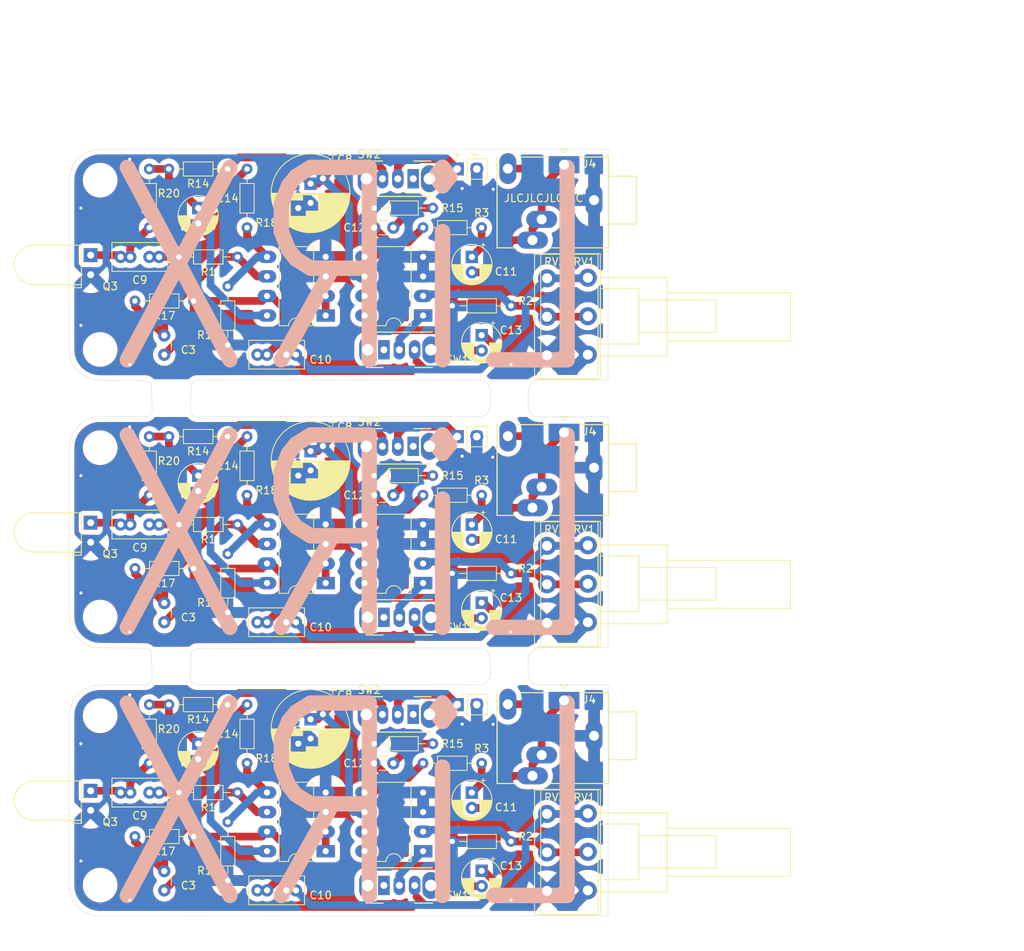
<source format=kicad_pcb>
(kicad_pcb (version 20211014) (generator pcbnew)
  (layers (0 "F.Cu" signal) (31 "B.Cu" signal) (34 "B.Paste" user) (35 "F.Paste" user) (36 "B.SilkS" user "B.Silkscreen") (37 "F.SilkS" user "F.Silkscreen") (38 "B.Mask" user) (39 "F.Mask" user) (44 "Edge.Cuts" user))
  (net 0 "")
  (net 1 "Net-(C9-Pad1)")
  (net 2 "Net-(C10-Pad1)")
  (net 3 "Net-(C12-Pad2)")
  (net 4 "Net-(C13-Pad1)")
  (net 5 "Net-(C13-Pad2)")
  (net 6 "Net-(R18-Pad2)")
  (net 7 "VCC")
  (net 8 "TP4")
  (net 9 "TP6")
  (net 10 "TP2")
  (net 11 "TP5")
  (net 12 "GND")
  (net 13 "Net-(C8-Pad1)")
  (net 14 "Net-(C11-Pad1)")
  (net 15 "Net-(C11-Pad2)")
  (net 16 "Net-(C12-Pad1)")
  (net 17 "Net-(R2-Pad1)")
  (net 18 "Net-(SW1-Pad2)")
  (net 19 "Net-(U3-Pad1)")
  (footprint "Connector_PinHeader_2.54mm:PinHeader_1x02_P2.54mm_Vertical" (layer "F.Cu") (at 111.035 119.75 90)
    (fp_text reference "BT1" hide)
    (fp_text value "Battery")
  )
  (footprint "Capacitor_THT:C_Disc_D3.0mm_W1.6mm_P2.50mm" (layer "F.Cu") (at 100.24 127.37)
    (fp_text reference "C12")
    (fp_text value "47n")
  )
  (footprint "Connector_Audio:Jack_3.5mm_Ledino_KB3SPRS_Horizontal" (layer "F.Cu") (at 124.915 119.2 180)
    (fp_text reference "J4")
    (fp_text value "buchse")
  )
  (footprint "Package_DIP:DIP-8_W7.62mm_LongPads" (layer "F.Cu") (at 106.605 138.79 180)
    (fp_text reference "U2" hide)
    (fp_text value "LM386")
  )
  (footprint "MountingHole:MountingHole_3.2mm_M3" (layer "F.Cu") (at 64.64 121.2)
    (fp_text reference "H1" hide)
    (fp_text value "MountingHole" hide)
  )
  (footprint "MountingHole:MountingHole_3.2mm_M3" (layer "F.Cu") (at 64.64 143.2)
    (fp_text reference "H2" hide)
    (fp_text value "MountingHole" hide)
  )
  (footprint "Package_DIP:DIP-8_W7.62mm_LongPads" (layer "F.Cu") (at 93.945 138.79 180)
    (fp_text reference "U3" hide)
    (fp_text value "LM358")
  )
  (footprint "Capacitor_THT:CP_Radial_D5.0mm_P2.00mm" (layer "F.Cu") (at 112.94 131.18 -90)
    (fp_text reference "C11")
    (fp_text value "100µ")
  )
  (footprint "Capacitor_THT:CP_Radial_D5.0mm_P2.00mm" (layer "F.Cu") (at 114.21 141.34 -90)
    (fp_text reference "C13")
    (fp_text value "10µ")
  )
  (footprint "Capacitor_THT:CP_Radial_D5.0mm_P2.00mm" (layer "F.Cu") (at 77.38 124.83 -90)
    (fp_text reference "C14")
    (fp_text value "47µ")
  )
  (footprint "LED_THT:LED_D5.0mm_Horizontal_O1.27mm_Z3.0mm_Clear" (layer "F.Cu") (at 63.41 130.95 -90)
    (fp_text reference "Q3")
    (fp_text value "BPW40")
  )
  (footprint "Capacitor_THT:C_Disc_D3.0mm_W1.6mm_P2.50mm" (layer "F.Cu") (at 72.975 143.88 90)
    (fp_text reference "C3")
    (fp_text value "opt" hide)
  )
  (footprint "Capacitor_THT:C_Rect_L7.0mm_W3.5mm_P2.50mm_P5.00mm" (layer "F.Cu") (at 72.3 131.18 180)
    (fp_text reference "C9")
    (fp_text value "150n")
  )
  (footprint "Capacitor_THT:C_Rect_L7.0mm_W3.5mm_P2.50mm_P5.00mm" (layer "F.Cu") (at 90.08 143.88 180)
    (fp_text reference "C10")
    (fp_text value "330n")
  )
  (footprint "Resistor_THT:R_Axial_DIN0204_L3.6mm_D1.6mm_P7.62mm_Horizontal" (layer "F.Cu") (at 82.5 131.18 180)
    (fp_text reference "R1")
    (fp_text value "100k")
  )
  (footprint "Resistor_THT:R_Axial_DIN0204_L3.6mm_D1.6mm_P7.62mm_Horizontal" (layer "F.Cu") (at 76.785 136.895 180)
    (fp_text reference "R17")
    (fp_text value "475k")
  )
  (footprint "Resistor_THT:R_Axial_DIN0204_L3.6mm_D1.6mm_P7.62mm_Horizontal" (layer "F.Cu") (at 83.73 119.75 -90)
    (fp_text reference "R18")
    (fp_text value "12k")
  )
  (footprint "Resistor_THT:R_Axial_DIN0204_L3.6mm_D1.6mm_P7.62mm_Horizontal" (layer "F.Cu") (at 81.23 134.99 -90)
    (fp_text reference "R19")
    (fp_text value "12k")
  )
  (footprint "Resistor_THT:R_Axial_DIN0204_L3.6mm_D1.6mm_P7.62mm_Horizontal" (layer "F.Cu") (at 71.03 119.75 -90)
    (fp_text reference "R20")
    (fp_text value "12k")
  )
  (footprint "Potentiometer_THT:Potentiometer_Piher_T-16H_Single_Horizontal" (layer "F.Cu") (at 128.01 143.88)
    (fp_text reference "RV1")
    (fp_text value "10k")
  )
  (footprint "Potentiometer_THT:Potentiometer_Piher_PC-16_Single_Horizontal" (layer "F.Cu") (at 122.705 143.95)
    (fp_text reference "RV3")
    (fp_text value "10k")
  )
  (footprint "Button_Switch_THT:SW_CuK_OS102011MA1QN1_SPDT_Angled" (layer "F.Cu") (at 105.32 121.02 180)
    (fp_text reference "SW2")
    (fp_text value "onoff")
  )
  (footprint "Button_Switch_THT:SW_CuK_OS102011MA1QN1_SPDT_Angled" (layer "F.Cu") (at 101.51 143.245)
    (fp_text reference "SW1")
    (fp_text value "gain")
  )
  (footprint "Capacitor_THT:CP_Radial_D10.0mm_P2.50mm_P5.00mm" (layer "F.Cu") (at 91.985 121.655 -90)
    (fp_text reference "C8")
    (fp_text value "470µ")
  )
  (footprint "Resistor_THT:R_Axial_DIN0204_L3.6mm_D1.6mm_P7.62mm_Horizontal" (layer "F.Cu") (at 118.02 137.53 180)
    (fp_text reference "R2")
    (fp_text value "680")
  )
  (footprint "Resistor_THT:R_Axial_DIN0204_L3.6mm_D1.6mm_P7.62mm_Horizontal" (layer "F.Cu") (at 106.59 127.37)
    (fp_text reference "R3")
    (fp_text value "270")
  )
  (footprint "Resistor_THT:R_Axial_DIN0204_L3.6mm_D1.6mm_P7.62mm_Horizontal" (layer "F.Cu") (at 81.19 119.75 180)
    (fp_text reference "R14")
    (fp_text value "100")
  )
  (footprint "Resistor_THT:R_Axial_DIN0204_L3.6mm_D1.6mm_P7.62mm_Horizontal" (layer "F.Cu") (at 100.24 124.83)
    (fp_text reference "R15")
    (fp_text value "10")
  )
  (footprint "Capacitor_THT:CP_Radial_D5.0mm_P2.00mm" (layer "F.Cu") (at 77.38 55.235489 -90)
    (fp_text reference "C14")
    (fp_text value "47µ")
  )
  (footprint "Resistor_THT:R_Axial_DIN0204_L3.6mm_D1.6mm_P7.62mm_Horizontal" (layer "F.Cu") (at 100.24 89.999511)
    (fp_text reference "R15")
    (fp_text value "10")
  )
  (footprint "Connector_PinHeader_2.54mm:PinHeader_1x02_P2.54mm_Vertical" (layer "F.Cu") (at 111.035 50.155489 90)
    (fp_text reference "BT1" hide)
    (fp_text value "Battery")
  )
  (footprint "Resistor_THT:R_Axial_DIN0204_L3.6mm_D1.6mm_P7.62mm_Horizontal" (layer "F.Cu") (at 82.5 96.349511 180)
    (fp_text reference "R1")
    (fp_text value "100k")
  )
  (footprint "Capacitor_THT:CP_Radial_D10.0mm_P2.50mm_P5.00mm" (layer "F.Cu") (at 91.985 86.824511 -90)
    (fp_text reference "C8")
    (fp_text value "470µ")
  )
  (footprint "Potentiometer_THT:Potentiometer_Piher_PC-16_Single_Horizontal" (layer "F.Cu") (at 122.705 109.119511)
    (fp_text reference "RV3")
    (fp_text value "10k")
  )
  (footprint "Resistor_THT:R_Axial_DIN0204_L3.6mm_D1.6mm_P7.62mm_Horizontal" (layer "F.Cu") (at 81.23 65.395489 -90)
    (fp_text reference "R19")
    (fp_text value "12k")
  )
  (footprint "Resistor_THT:R_Axial_DIN0204_L3.6mm_D1.6mm_P7.62mm_Horizontal" (layer "F.Cu") (at 76.785 102.064511 180)
    (fp_text reference "R17")
    (fp_text value "475k")
  )
  (footprint "Resistor_THT:R_Axial_DIN0204_L3.6mm_D1.6mm_P7.62mm_Horizontal" (layer "F.Cu") (at 82.5 61.585489 180)
    (fp_text reference "R1")
    (fp_text value "100k")
  )
  (footprint "Resistor_THT:R_Axial_DIN0204_L3.6mm_D1.6mm_P7.62mm_Horizontal" (layer "F.Cu") (at 81.23 100.159511 -90)
    (fp_text reference "R19")
    (fp_text value "12k")
  )
  (footprint "Connector_Audio:Jack_3.5mm_Ledino_KB3SPRS_Horizontal" (layer "F.Cu") (at 124.915 84.369511 180)
    (fp_text reference "J4")
    (fp_text value "buchse")
  )
  (footprint "Capacitor_THT:C_Disc_D3.0mm_W1.6mm_P2.50mm" (layer "F.Cu") (at 72.975 109.049511 90)
    (fp_text reference "C3")
    (fp_text value "opt" hide)
  )
  (footprint "Package_DIP:DIP-8_W7.62mm_LongPads" (layer "F.Cu") (at 93.945 103.959511 180)
    (fp_text reference "U3" hide)
    (fp_text value "LM358")
  )
  (footprint "Resistor_THT:R_Axial_DIN0204_L3.6mm_D1.6mm_P7.62mm_Horizontal" (layer "F.Cu") (at 71.03 50.155489 -90)
    (fp_text reference "R20")
    (fp_text value "12k")
  )
  (footprint "MountingHole:MountingHole_3.2mm_M3" (layer "F.Cu") (at 64.64 86.369511)
    (fp_text reference "H1" hide)
    (fp_text value "MountingHole" hide)
  )
  (footprint "LED_THT:LED_D5.0mm_Horizontal_O1.27mm_Z3.0mm_Clear" (layer "F.Cu") (at 63.41 96.119511 -90)
    (fp_text reference "Q3")
    (fp_text value "BPW40")
  )
  (footprint "Capacitor_THT:CP_Radial_D5.0mm_P2.00mm" (layer "F.Cu") (at 77.38 89.999511 -90)
    (fp_text reference "C14")
    (fp_text value "47µ")
  )
  (footprint "Button_Switch_THT:SW_CuK_OS102011MA1QN1_SPDT_Angled" (layer "F.Cu") (at 101.51 108.414511)
    (fp_text reference "SW1")
    (fp_text value "gain")
  )
  (footprint "MountingHole:MountingHole_3.2mm_M3" (layer "F.Cu") (at 64.64 51.605489)
    (fp_text reference "H1" hide)
    (fp_text value "MountingHole" hide)
  )
  (footprint "Capacitor_THT:C_Rect_L7.0mm_W3.5mm_P2.50mm_P5.00mm" (layer "F.Cu") (at 90.08 74.285489 180)
    (fp_text reference "C10")
    (fp_text value "330n")
  )
  (footprint "Package_DIP:DIP-8_W7.62mm_LongPads" (layer "F.Cu") (at 93.945 69.195489 180)
    (fp_text reference "U3" hide)
    (fp_text value "LM358")
  )
  (footprint "Resistor_THT:R_Axial_DIN0204_L3.6mm_D1.6mm_P7.62mm_Horizontal" (layer "F.Cu") (at 83.73 84.919511 -90)
    (fp_text reference "R18")
    (fp_text value "12k")
  )
  (footprint "Resistor_THT:R_Axial_DIN0204_L3.6mm_D1.6mm_P7.62mm_Horizontal" (layer "F.Cu") (at 100.24 55.235489)
    (fp_text reference "R15")
    (fp_text value "10")
  )
  (footprint "Potentiometer_THT:Potentiometer_Piher_T-16H_Single_Horizontal" (layer "F.Cu") (at 128.01 74.285489)
    (fp_text reference "RV1")
    (fp_text value "10k")
  )
  (footprint "Resistor_THT:R_Axial_DIN0204_L3.6mm_D1.6mm_P7.62mm_Horizontal" (layer "F.Cu") (at 118.02 102.699511 180)
    (fp_text reference "R2")
    (fp_text value "680")
  )
  (footprint "Button_Switch_THT:SW_CuK_OS102011MA1QN1_SPDT_Angled" (layer "F.Cu") (at 101.51 73.650489)
    (fp_text reference "SW1")
    (fp_text value "gain")
  )
  (footprint "Package_DIP:DIP-8_W7.62mm_LongPads" (layer "F.Cu") (at 106.605 69.195489 180)
    (fp_text reference "U2" hide)
    (fp_text value "LM386")
  )
  (footprint "Capacitor_THT:CP_Radial_D5.0mm_P2.00mm" (layer "F.Cu") (at 112.94 61.585489 -90)
    (fp_text reference "C11")
    (fp_text value "100µ")
  )
  (footprint "Resistor_THT:R_Axial_DIN0204_L3.6mm_D1.6mm_P7.62mm_Horizontal" (layer "F.Cu") (at 81.19 50.155489 180)
    (fp_text reference "R14")
    (fp_text value "100")
  )
  (footprint "Capacitor_THT:CP_Radial_D5.0mm_P2.00mm" (layer "F.Cu") (at 112.94 96.349511 -90)
    (fp_text reference "C11")
    (fp_text value "100µ")
  )
  (footprint "Resistor_THT:R_Axial_DIN0204_L3.6mm_D1.6mm_P7.62mm_Horizontal" (layer "F.Cu") (at 106.59 92.539511)
    (fp_text reference "R3")
    (fp_text value "270")
  )
  (footprint "Button_Switch_THT:SW_CuK_OS102011MA1QN1_SPDT_Angled" (layer "F.Cu") (at 105.32 86.189511 180)
    (fp_text reference "SW2")
    (fp_text value "onoff")
  )
  (footprint "Capacitor_THT:C_Disc_D3.0mm_W1.6mm_P2.50mm" (layer "F.Cu") (at 72.975 74.285489 90)
    (fp_text reference "C3")
    (fp_text value "opt" hide)
  )
  (footprint "Resistor_THT:R_Axial_DIN0204_L3.6mm_D1.6mm_P7.62mm_Horizontal" (layer "F.Cu") (at 106.59 57.775489)
    (fp_text reference "R3")
    (fp_text value "270")
  )
  (footprint "Potentiometer_THT:Potentiometer_Piher_PC-16_Single_Horizontal" (layer "F.Cu") (at 122.705 74.355489)
    (fp_text reference "RV3")
    (fp_text value "10k")
  )
  (footprint "Resistor_THT:R_Axial_DIN0204_L3.6mm_D1.6mm_P7.62mm_Horizontal" (layer "F.Cu") (at 83.73 50.155489 -90)
    (fp_text reference "R18")
    (fp_text value "12k")
  )
  (footprint "Capacitor_THT:C_Rect_L7.0mm_W3.5mm_P2.50mm_P5.00mm" (layer "F.Cu") (at 72.3 61.585489 180)
    (fp_text reference "C9")
    (fp_text value "150n")
  )
  (footprint "Capacitor_THT:CP_Radial_D5.0mm_P2.00mm" (layer "F.Cu") (at 114.21 71.745489 -90)
    (fp_text reference "C13")
    (fp_text value "10µ")
  )
  (footprint "Potentiometer_THT:Potentiometer_Piher_T-16H_Single_Horizontal" (layer "F.Cu") (at 128.01 109.049511)
    (fp_text reference "RV1")
    (fp_text value "10k")
  )
  (footprint "Capacitor_THT:CP_Radial_D5.0mm_P2.00mm" (layer "F.Cu") (at 114.21 106.509511 -90)
    (fp_text reference "C13")
    (fp_text value "10µ")
  )
  (footprint "MountingHole:MountingHole_3.2mm_M3" (layer "F.Cu") (at 64.64 73.605489)
    (fp_text reference "H2" hide)
    (fp_text value "MountingHole" hide)
  )
  (footprint "Capacitor_THT:CP_Radial_D10.0mm_P2.50mm_P5.00mm" (layer "F.Cu") (at 91.985 52.060489 -90)
    (fp_text reference "C8")
    (fp_text value "470µ")
  )
  (footprint "Capacitor_THT:C_Rect_L7.0mm_W3.5mm_P2.50mm_P5.00mm" (layer "F.Cu") (at 90.08 109.049511 180)
    (fp_text reference "C10")
    (fp_text value "330n")
  )
  (footprint "Connector_Audio:Jack_3.5mm_Ledino_KB3SPRS_Horizontal" (layer "F.Cu") (at 124.915 49.605489 180)
    (fp_text reference "J4")
    (fp_text value "buchse")
  )
  (footprint "Package_DIP:DIP-8_W7.62mm_LongPads" (layer "F.Cu") (at 106.605 103.959511 180)
    (fp_text reference "U2" hide)
    (fp_text value "LM386")
  )
  (footprint "Resistor_THT:R_Axial_DIN0204_L3.6mm_D1.6mm_P7.62mm_Horizontal" (layer "F.Cu") (at 71.03 84.919511 -90)
    (fp_text reference "R20")
    (fp_text value "12k")
  )
  (footprint "Capacitor_THT:C_Disc_D3.0mm_W1.6mm_P2.50mm" (layer "F.Cu") (at 100.24 92.539511)
    (fp_text reference "C12")
    (fp_text value "47n")
  )
  (footprint "LED_THT:LED_D5.0mm_Horizontal_O1.27mm_Z3.0mm_Clear" (layer "F.Cu") (at 63.41 61.355489 -90)
    (fp_text reference "Q3")
    (fp_text value "BPW40")
  )
  (footprint "MountingHole:MountingHole_3.2mm_M3" (layer "F.Cu") (at 64.64 108.369511)
    (fp_text reference "H2" hide)
    (fp_text value "MountingHole" hide)
  )
  (footprint "Capacitor_THT:C_Disc_D3.0mm_W1.6mm_P2.50mm" (layer "F.Cu") (at 100.24 57.775489)
    (fp_text reference "C12")
    (fp_text value "47n")
  )
  (footprint "Resistor_THT:R_Axial_DIN0204_L3.6mm_D1.6mm_P7.62mm_Horizontal" (layer "F.Cu") (at 76.785 67.300489 180)
    (fp_text reference "R17")
    (fp_text value "475k")
  )
  (footprint "Button_Switch_THT:SW_CuK_OS102011MA1QN1_SPDT_Angled" (layer "F.Cu") (at 105.32 51.425489 180)
    (fp_text reference "SW2")
    (fp_text value "onoff")
  )
  (footprint "Connector_PinHeader_2.54mm:PinHeader_1x02_P2.54mm_Vertical" (layer "F.Cu") (at 111.035 84.919511 90)
    (fp_text reference "BT1" hide)
    (fp_text value "Battery")
  )
  (footprint "Capacitor_THT:C_Rect_L7.0mm_W3.5mm_P2.50mm_P5.00mm" (layer "F.Cu") (at 72.3 96.349511 180)
    (fp_text reference "C9")
    (fp_text value "150n")
  )
  (footprint "Resistor_THT:R_Axial_DIN0204_L3.6mm_D1.6mm_P7.62mm_Horizontal" (layer "F.Cu") (at 118.02 67.935489 180)
    (fp_text reference "R2")
    (fp_text value "680")
  )
  (footprint "Resistor_THT:R_Axial_DIN0204_L3.6mm_D1.6mm_P7.62mm_Horizontal" (layer "F.Cu") (at 81.19 84.919511 180)
    (fp_text reference "R14")
    (fp_text value "100")
  )
  (gr_line (start 60.64 143.2) (end 60.64 121.2) (layer "Edge.Cuts") (width 0.05))
  (gr_line (start 120.253338 79.078338) (end 120.25 80.95) (layer "Edge.Cuts") (width 0.05))
  (gr_arc (start 115.35 81) (mid 114.907147 81.960199) (end 113.925 82.351972) (layer "Edge.Cuts") (width 0.05))
  (gr_line (start 64.64 47.605489) (end 130.64 47.605489) (layer "Edge.Cuts") (width 0.05))
  (gr_line (start 121.675 82.375) (end 130.64 82.369511) (layer "Edge.Cuts") (width 0.05))
  (gr_arc (start 113.878001 77.563443) (mid 114.925 78.025) (end 115.327079 79.096249) (layer "Edge.Cuts") (width 0.05))
  (gr_line (start 60.64 73.605489) (end 60.64 51.605489) (layer "Edge.Cuts") (width 0.05))
  (gr_arc (start 64.64 112.369511) (mid 61.811573 111.197938) (end 60.64 108.369511) (layer "Edge.Cuts") (width 0.05))
  (gr_line (start 130.64 77.605489) (end 121.778338 77.553338) (layer "Edge.Cuts") (width 0.05))
  (gr_line (start 113.878001 77.563443) (end 77.299773 77.598487) (layer "Edge.Cuts") (width 0.05))
  (gr_line (start 121.671662 117.196662) (end 130.64 117.2) (layer "Edge.Cuts") (width 0.05))
  (gr_line (start 130.64 112.369511) (end 121.775 112.375) (layer "Edge.Cuts") (width 0.05))
  (gr_line (start 130.64 82.369511) (end 130.64 112.369511) (layer "Edge.Cuts") (width 0.05))
  (gr_line (start 64.64 117.2) (end 70.437414 117.196365) (layer "Edge.Cuts") (width 0.05))
  (gr_arc (start 71.399999 81.425) (mid 71.126032 82.107575) (end 70.440752 82.374703) (layer "Edge.Cuts") (width 0.05))
  (gr_arc (start 70.45 77.600001) (mid 71.067429 77.839891) (end 71.325367 78.45) (layer "Edge.Cuts") (width 0.05))
  (gr_line (start 71.399999 81.425) (end 71.325367 78.45) (layer "Edge.Cuts") (width 0.05))
  (gr_arc (start 60.64 121.2) (mid 61.811573 118.371573) (end 64.64 117.2) (layer "Edge.Cuts") (width 0.05))
  (gr_arc (start 77.299773 82.374999) (mid 76.62936 82.113092) (end 76.349436 81.45) (layer "Edge.Cuts") (width 0.05))
  (gr_arc (start 121.675 82.375) (mid 120.667373 81.957627) (end 120.25 80.95) (layer "Edge.Cuts") (width 0.05))
  (gr_arc (start 64.64 77.605489) (mid 61.811573 76.433916) (end 60.64 73.605489) (layer "Edge.Cuts") (width 0.05))
  (gr_arc (start 120.25 113.9) (mid 120.696662 112.821662) (end 121.775 112.375) (layer "Edge.Cuts") (width 0.05))
  (gr_line (start 115.35 81) (end 115.327079 79.096249) (layer "Edge.Cuts") (width 0.05))
  (gr_arc (start 115.346662 115.821662) (mid 114.903809 116.781861) (end 113.921662 117.173634) (layer "Edge.Cuts") (width 0.05))
  (gr_line (start 76.471436 113.196662) (end 76.346098 116.271662) (layer "Edge.Cuts") (width 0.05))
  (gr_line (start 64.64 147.2) (end 130.64 147.2) (layer "Edge.Cuts") (width 0.05))
  (gr_line (start 64.64 112.369511) (end 70.446662 112.421663) (layer "Edge.Cuts") (width 0.05))
  (gr_arc (start 120.253338 79.078338) (mid 120.7 78) (end 121.778338 77.553338) (layer "Edge.Cuts") (width 0.05))
  (gr_line (start 76.474774 78.375) (end 76.349436 81.45) (layer "Edge.Cuts") (width 0.05))
  (gr_arc (start 60.64 51.605489) (mid 61.811573 48.777062) (end 64.64 47.605489) (layer "Edge.Cuts") (width 0.05))
  (gr_arc (start 64.64 147.2) (mid 61.811573 146.028427) (end 60.64 143.2) (layer "Edge.Cuts") (width 0.05))
  (gr_line (start 120.25 113.9) (end 120.246662 115.771662) (layer "Edge.Cuts") (width 0.05))
  (gr_arc (start 76.471436 113.196662) (mid 76.730018 112.644878) (end 77.296435 112.420149) (layer "Edge.Cuts") (width 0.05))
  (gr_line (start 60.64 108.369511) (end 60.64 86.369511) (layer "Edge.Cuts") (width 0.05))
  (gr_line (start 115.346662 115.821662) (end 115.323741 113.917911) (layer "Edge.Cuts") (width 0.05))
  (gr_line (start 130.64 117.2) (end 130.64 147.2) (layer "Edge.Cuts") (width 0.05))
  (gr_line (start 113.874663 112.385105) (end 77.296435 112.420149) (layer "Edge.Cuts") (width 0.05))
  (gr_arc (start 121.671662 117.196662) (mid 120.664035 116.779289) (end 120.246662 115.771662) (layer "Edge.Cuts") (width 0.05))
  (gr_line (start 64.64 77.605489) (end 70.45 77.600001) (layer "Edge.Cuts") (width 0.05))
  (gr_line (start 77.299773 82.374999) (end 113.925 82.351972) (layer "Edge.Cuts") (width 0.05))
  (gr_arc (start 76.474774 78.375) (mid 76.733356 77.823216) (end 77.299773 77.598487) (layer "Edge.Cuts") (width 0.05))
  (gr_arc (start 113.874663 112.385105) (mid 114.921662 112.846662) (end 115.323741 113.917911) (layer "Edge.Cuts") (width 0.05))
  (gr_line (start 71.396661 116.246662) (end 71.322029 113.271662) (layer "Edge.Cuts") (width 0.05))
  (gr_arc (start 70.446662 112.421663) (mid 71.064091 112.661553) (end 71.322029 113.271662) (layer "Edge.Cuts") (width 0.05))
  (gr_line (start 130.64 47.605489) (end 130.64 77.605489) (layer "Edge.Cuts") (width 0.05))
  (gr_line (start 64.64 82.369511) (end 70.440752 82.374703) (layer "Edge.Cuts") (width 0.05))
  (gr_arc (start 77.296435 117.196661) (mid 76.626022 116.934754) (end 76.346098 116.271662) (layer "Edge.Cuts") (width 0.05))
  (gr_arc (start 60.64 86.369511) (mid 61.811573 83.541084) (end 64.64 82.369511) (layer "Edge.Cuts") (width 0.05))
  (gr_line (start 77.296435 117.196661) (end 113.921662 117.173634) (layer "Edge.Cuts") (width 0.05))
  (gr_arc (start 71.396661 116.246662) (mid 71.122694 116.929237) (end 70.437414 117.196365) (layer "Edge.Cuts") (width 0.05))
  (gr_text "LiRX" (at 97.7 63.490489) (layer "B.SilkS") (effects (font (size 25 20) (thickness 2)) (justify mirror)))
  (gr_text "LiRX" (at 97.7 133.085) (layer "B.SilkS") (effects (font (size 25 20) (thickness 2)) (justify mirror)))
  (gr_text "LiRX" (at 97.7 98.254511) (layer "B.SilkS") (effects (font (size 25 20) (thickness 2)) (justify mirror)))
  (gr_text "+" (at 108.368 52.187489) (layer "F.SilkS") (effects (font (size 1 1))))
  (gr_text "-" (at 113.3 48.175) (layer "F.SilkS") (effects (font (size 1 1))))
  (gr_text "+" (at 108.368 121.782) (layer "F.SilkS") (effects (font (size 1 1))))
  (gr_text "+" (at 111.05 48.175) (layer "F.SilkS") (effects (font (size 1 1))))
  (gr_text "JLCJLCJLCJLC" (at 122.275 53.95) (layer "F.SilkS") (effects (font (size 1 1))))
  (gr_text "+" (at 108.368 86.951511) (layer "F.SilkS") (effects (font (size 1 1))))
  (segment (start 74.88 96.349511) (end 71.05 96.349511) (width 1) (layer "F.Cu") (net 1))
  (segment (start 74.88 61.585489) (end 71.05 61.585489) (width 1) (layer "F.Cu") (net 1))
  (segment (start 72.3 96.349511) (end 71.05 96.349511) (width 1) (layer "F.Cu") (net 1))
  (segment (start 74.88 131.18) (end 71.05 131.18) (width 1) (layer "F.Cu") (net 1))
  (segment (start 72.3 61.585489) (end 71.05 61.585489) (width 1) (layer "F.Cu") (net 1))
  (segment (start 72.3 131.18) (end 71.05 131.18) (width 1) (layer "F.Cu") (net 1))
  (segment (start 127.94 133.95) (end 128.01 133.88) (width 1) (layer "F.Cu") (net 2))
  (segment (start 127.94 64.355489) (end 128.01 64.285489) (width 1) (layer "F.Cu") (net 2))
  (segment (start 122.705 99.119511) (end 127.94 99.119511) (width 1) (layer "F.Cu") (net 2))
  (segment (start 122.705 64.355489) (end 127.94 64.355489) (width 1) (layer "F.Cu") (net 2))
  (segment (start 122.705 133.95) (end 127.94 133.95) (width 1) (layer "F.Cu") (net 2))
  (segment (start 127.94 99.119511) (end 128.01 99.049511) (width 1) (layer "F.Cu") (net 2))
  (segment (start 119.925 139.887051) (end 119.925 136.73) (width 1) (layer "B.Cu") (net 2))
  (segment (start 90.08 74.285489) (end 91.99452 76.200009) (width 1) (layer "B.Cu") (net 2))
  (segment (start 119.925 70.29254) (end 119.925 67.135489) (width 1) (layer "B.Cu") (net 2))
  (segment (start 91.99452 76.200009) (end 114.017531 76.200009) (width 1) (layer "B.Cu") (net 2))
  (segment (start 88.83 109.049511) (end 90.08 109.049511) (width 1) (layer "B.Cu") (net 2))
  (segment (start 119.925 105.056562) (end 119.925 101.899511) (width 1) (layer "B.Cu") (net 2))
  (segment (start 90.08 109.049511) (end 91.99452 110.964031) (width 1) (layer "B.Cu") (net 2))
  (segment (start 114.017531 110.964031) (end 119.925 105.056562) (width 1) (layer "B.Cu") (net 2))
  (segment (start 119.925 67.135489) (end 122.705 64.355489) (width 1) (layer "B.Cu") (net 2))
  (segment (start 122.705 64.355489) (end 127.94 64.355489) (width 1) (layer "B.Cu") (net 2))
  (segment (start 114.017531 145.79452) (end 119.925 139.887051) (width 1) (layer "B.Cu") (net 2))
  (segment (start 91.99452 110.964031) (end 114.017531 110.964031) (width 1) (layer "B.Cu") (net 2))
  (segment (start 127.94 133.95) (end 128.01 133.88) (width 1) (layer "B.Cu") (net 2))
  (segment (start 122.705 99.119511) (end 127.94 99.119511) (width 1) (layer "B.Cu") (net 2))
  (segment (start 90.08 143.88) (end 91.99452 145.79452) (width 1) (layer "B.Cu") (net 2))
  (segment (start 127.94 64.355489) (end 128.01 64.285489) (width 1) (layer "B.Cu") (net 2))
  (segment (start 119.925 136.73) (end 122.705 133.95) (width 1) (layer "B.Cu") (net 2))
  (segment (start 91.99452 145.79452) (end 114.017531 145.79452) (width 1) (layer "B.Cu") (net 2))
  (segment (start 88.83 143.88) (end 90.08 143.88) (width 1) (layer "B.Cu") (net 2))
  (segment (start 119.925 101.899511) (end 122.705 99.119511) (width 1) (layer "B.Cu") (net 2))
  (segment (start 122.705 133.95) (end 127.94 133.95) (width 1) (layer "B.Cu") (net 2))
  (segment (start 88.83 74.285489) (end 90.08 74.285489) (width 1) (layer "B.Cu") (net 2))
  (segment (start 114.017531 76.200009) (end 119.925 70.29254) (width 1) (layer "B.Cu") (net 2))
  (segment (start 127.94 99.119511) (end 128.01 99.049511) (width 1) (layer "B.Cu") (net 2))
  (segment (start 102.74 92.539511) (end 105.28 89.999511) (width 1) (layer "F.Cu") (net 3))
  (segment (start 102.74 127.37) (end 105.28 124.83) (width 1) (layer "F.Cu") (net 3))
  (segment (start 105.28 124.83) (end 107.86 124.83) (width 1) (layer "F.Cu") (net 3))
  (segment (start 105.28 55.235489) (end 107.86 55.235489) (width 1) (layer "F.Cu") (net 3))
  (segment (start 105.28 89.999511) (end 107.86 89.999511) (width 1) (layer "F.Cu") (net 3))
  (segment (start 102.74 57.775489) (end 105.28 55.235489) (width 1) (layer "F.Cu") (net 3))
  (segment (start 115.809511 142.67746) (end 115.809511 144.00254) (width 1) (layer "F.Cu") (net 4))
  (segment (start 114.21 71.745489) (end 114.472051 71.745489) (width 1) (layer "F.Cu") (net 4))
  (segment (start 115.809511 109.172051) (end 114.017531 110.964031) (width 1) (layer "F.Cu") (net 4))
  (segment (start 114.472051 106.509511) (end 115.809511 107.846971) (width 1) (layer "F.Cu") (net 4))
  (segment (start 115.809511 73.082949) (end 115.809511 74.408029) (width 1) (layer "F.Cu") (net 4))
  (segment (start 106.823194 76.200009) (end 105.749337 75.126152) (width 1) (layer "F.Cu") (net 4))
  (segment (start 106.823194 110.964031) (end 105.749337 109.890174) (width 1) (layer "F.Cu") (net 4))
  (segment (start 106.823194 145.79452) (end 105.749337 144.720663) (width 1) (layer "F.Cu") (net 4))
  (segment (start 114.472051 71.745489) (end 115.809511 73.082949) (width 1) (layer "F.Cu") (net 4))
  (segment (start 114.472051 141.34) (end 115.809511 142.67746) (width 1) (layer "F.Cu") (net 4))
  (segment (start 114.21 106.509511) (end 114.472051 106.509511) (width 1) (layer "F.Cu") (net 4))
  (segment (start 114.21 141.34) (end 114.472051 141.34) (width 1) (layer "F.Cu") (net 4))
  (segment (start 114.017531 76.200009) (end 106.823194 76.200009) (width 1) (layer "F.Cu") (net 4))
  (segment (start 115.809511 144.00254) (end 114.017531 145.79452) (width 1) (layer "F.Cu") (net 4))
  (segment (start 115.809511 107.846971) (end 115.809511 109.172051) (width 1) (layer "F.Cu") (net 4))
  (segment (start 114.017531 145.79452) (end 106.823194 145.79452) (width 1) (layer "F.Cu") (net 4))
  (segment (start 114.017531 110.964031) (end 106.823194 110.964031) (width 1) (layer "F.Cu") (net 4))
  (segment (start 115.809511 74.408029) (end 114.017531 76.200009) (width 1) (layer "F.Cu") (net 4))
  (segment (start 112.4 73.745489) (end 114.21 73.745489) (width 1) (layer "F.Cu") (net 5))
  (segment (start 109.75548 105.864991) (end 112.4 108.509511) (width 1) (layer "F.Cu") (net 5))
  (segment (start 98.985 138.79) (end 100.89048 140.69548) (width 1) (layer "F.Cu") (net 5))
  (segment (start 100.89048 105.864991) (end 109.75548 105.864991) (width 1) (layer "F.Cu") (net 5))
  (segment (start 109.75548 71.100969) (end 112.4 73.745489) (width 1) (layer "F.Cu") (net 5))
  (segment (start 98.985 103.959511) (end 100.89048 105.864991) (width 1) (layer "F.Cu") (net 5))
  (segment (start 109.75548 140.69548) (end 112.4 143.34) (width 1) (layer "F.Cu") (net 5))
  (segment (start 112.4 108.509511) (end 114.21 108.509511) (width 1) (layer "F.Cu") (net 5))
  (segment (start 100.89048 140.69548) (end 109.75548 140.69548) (width 1) (layer "F.Cu") (net 5))
  (segment (start 98.985 69.195489) (end 100.89048 71.100969) (width 1) (layer "F.Cu") (net 5))
  (segment (start 112.4 143.34) (end 114.21 143.34) (width 1) (layer "F.Cu") (net 5))
  (segment (start 100.89048 71.100969) (end 109.75548 71.100969) (width 1) (layer "F.Cu") (net 5))
  (segment (start 83.73 127.37) (end 83.73 128.575) (width 1) (layer "F.Cu") (net 6))
  (segment (start 83.73 58.980489) (end 86.325 61.575489) (width 1) (layer "F.Cu") (net 6))
  (segment (start 83.73 92.539511) (end 83.73 93.744511) (width 1) (layer "F.Cu") (net 6))
  (segment (start 83.73 57.775489) (end 83.73 58.980489) (width 1) (layer "F.Cu") (net 6))
  (segment (start 83.73 128.575) (end 86.325 131.17) (width 1) (layer "F.Cu") (net 6))
  (segment (start 83.73 93.744511) (end 86.325 96.339511) (width 1) (layer "F.Cu") (net 6))
  (segment (start 85.05 61.575489) (end 86.325 61.575489) (width 1) (layer "B.Cu") (net 6))
  (segment (start 85.05 131.17) (end 86.325 131.17) (width 1) (layer "B.Cu") (net 6))
  (segment (start 81.23 134.99) (end 85.05 131.17) (width 1) (layer "B.Cu") (net 6))
  (segment (start 81.23 65.395489) (end 85.05 61.575489) (width 1) (layer "B.Cu") (net 6))
  (segment (start 85.05 96.339511) (end 86.325 96.339511) (width 1) (layer "B.Cu") (net 6))
  (segment (start 81.23 100.159511) (end 85.05 96.339511) (width 1) (layer "B.Cu") (net 6))
  (segment (start 103.32 121.02) (end 103.32 119.420978) (width 1) (layer "F.Cu") (net 7))
  (segment (start 109.75548 48.875969) (end 111.035 50.155489) (width 1) (layer "F.Cu") (net 7))
  (segment (start 103.32 86.189511) (end 103.32 84.590489) (width 1) (layer "F.Cu") (net 7))
  (segment (start 103.32 49.826467) (end 104.270498 48.875969) (width 1) (layer "F.Cu") (net 7))
  (segment (start 103.32 84.919511) (end 103.32 86.359513) (width 1) (layer "F.Cu") (net 7))
  (segment (start 104.270498 118.47048) (end 109.75548 118.47048) (width 1) (layer "F.Cu") (net 7))
  (segment (start 103.32 50.155489) (end 103.32 51.595491) (width 1) (layer "F.Cu") (net 7))
  (segment (start 103.32 51.425489) (end 103.32 49.826467) (width 1) (layer "F.Cu") (net 7))
  (segment (start 109.75548 118.47048) (end 111.035 119.75) (width 1) (layer "F.Cu") (net 7))
  (segment (start 103.32 84.590489) (end 104.270498 83.639991) (width 1) (layer "F.Cu") (net 7))
  (segment (start 104.270498 48.875969) (end 109.75548 48.875969) (width 1) (layer "F.Cu") (net 7))
  (segment (start 103.32 119.420978) (end 104.270498 118.47048) (width 1) (layer "F.Cu") (net 7))
  (segment (start 103.32 119.75) (end 103.32 121.190002) (width 1) (layer "F.Cu") (net 7))
  (segment (start 104.270498 83.639991) (end 109.75548 83.639991) (width 1) (layer "F.Cu") (net 7))
  (segment (start 109.75548 83.639991) (end 111.035 84.919511) (width 1) (layer "F.Cu") (net 7))
  (segment (start 68.55 96.349511) (end 67.3 96.349511) (width 1) (layer "F.Cu") (net 8))
  (segment (start 68.55 61.585489) (end 68.55 60.255489) (width 1) (layer "F.Cu") (net 8))
  (segment (start 63.41 61.355489) (end 67.07 61.355489) (width 1) (layer "F.Cu") (net 8))
  (segment (start 67.07 96.119511) (end 67.3 96.349511) (width 1) (layer "F.Cu") (net 8))
  (segment (start 68.55 61.585489) (end 67.3 61.585489) (width 1) (layer "F.Cu") (net 8))
  (segment (start 68.55 60.255489) (end 71.03 57.775489) (width 1) (layer "F.Cu") (net 8))
  (segment (start 68.55 96.349511) (end 68.55 95.019511) (width 1) (layer "F.Cu") (net 8))
  (segment (start 68.55 129.85) (end 71.03 127.37) (width 1) (layer "F.Cu") (net 8))
  (segment (start 68.55 131.18) (end 67.3 131.18) (width 1) (layer "F.Cu") (net 8))
  (segment (start 68.55 131.18) (end 68.55 129.85) (width 1) (layer "F.Cu") (net 8))
  (segment (start 67.07 130.95) (end 67.3 131.18) (width 1) (layer "F.Cu") (net 8))
  (segment (start 68.55 95.019511) (end 71.03 92.539511) (width 1) (layer "F.Cu") (net 8))
  (segment (start 63.41 130.95) (end 67.07 130.95) (width 1) (layer "F.Cu") (net 8))
  (segment (start 67.07 61.355489) (end 67.3 61.585489) (width 1) (layer "F.Cu") (net 8))
  (segment (start 63.41 96.119511) (end 67.07 96.119511) (width 1) (layer "F.Cu") (net 8))
  (segment (start 86.895 101.419511) (end 86.325 101.419511) (width 1) (layer "F.Cu") (net 9))
  (segment (start 88.32452 107.054991) (end 88.32452 102.849031) (width 1) (layer "F.Cu") (net 9))
  (segment (start 88.32452 72.290969) (end 88.32452 68.085009) (width 1) (layer "F.Cu") (net 9))
  (segment (start 85.68 136.895) (end 76.785 136.895) (width 1) (layer "F.Cu") (net 9))
  (segment (start 86.33 74.285489) (end 88.32452 72.290969) (width 1) (layer "F.Cu") (net 9))
  (segment (start 85.08 74.285489) (end 86.33 74.285489) (width 1) (layer "F.Cu") (net 9))
  (segment (start 88.32452 68.085009) (end 86.895 66.655489) (width 1) (layer "F.Cu") (net 9))
  (segment (start 86.895 66.655489) (end 86.325 66.655489) (width 1) (layer "F.Cu") (net 9))
  (segment (start 76.785 140.07) (end 76.785 136.895) (width 1) (layer "F.Cu") (net 9))
  (segment (start 86.325 66.655489) (end 85.68 67.300489) (width 1) (layer "F.Cu") (net 9))
  (segment (start 76.785 105.239511) (end 76.785 102.064511) (width 1) (layer "F.Cu") (net 9))
  (segment (start 72.975 143.88) (end 76.785 140.07) (width 1) (layer "F.Cu") (net 9))
  (segment (start 86.33 109.049511) (end 88.32452 107.054991) (width 1) (layer "F.Cu") (net 9))
  (segment (start 88.32452 137.67952) (end 86.895 136.25) (width 1) (layer "F.Cu") (net 9))
  (segment (start 85.68 67.300489) (end 76.785 67.300489) (width 1) (layer "F.Cu") (net 9))
  (segment (start 86.325 136.25) (end 85.68 136.895) (width 1) (layer "F.Cu") (net 9))
  (segment (start 88.32452 102.849031) (end 86.895 101.419511) (width 1) (layer "F.Cu") (net 9))
  (segment (start 86.33 143.88) (end 88.32452 141.88548) (width 1) (layer "F.Cu") (net 9))
  (segment (start 72.975 109.049511) (end 76.785 105.239511) (width 1) (layer "F.Cu") (net 9))
  (segment (start 85.68 102.064511) (end 76.785 102.064511) (width 1) (layer "F.Cu") (net 9))
  (segment (start 86.895 136.25) (end 86.325 136.25) (width 1) (layer "F.Cu") (net 9))
  (segment (start 85.08 109.049511) (end 86.33 109.049511) (width 1) (layer "F.Cu") (net 9))
  (segment (start 76.785 70.475489) (end 76.785 67.300489) (width 1) (layer "F.Cu") (net 9))
  (segment (start 85.08 143.88) (end 86.33 143.88) (width 1) (layer "F.Cu") (net 9))
  (segment (start 86.325 101.419511) (end 85.68 102.064511) (width 1) (layer "F.Cu") (net 9))
  (segment (start 72.975 74.285489) (end 76.785 70.475489) (width 1) (layer "F.Cu") (net 9))
  (segment (start 88.32452 141.88548) (end 88.32452 137.67952) (width 1) (layer "F.Cu") (net 9))
  (segment (start 73.57 119.75) (end 73.57 121.02) (width 1) (layer "F.Cu") (net 10))
  (segment (start 73.57 50.155489) (end 73.57 51.425489) (width 1) (layer "F.Cu") (net 10))
  (segment (start 71.03 50.155489) (end 73.57 50.155489) (width 1) (layer "F.Cu") (net 10))
  (segment (start 83.73 50.155489) (end 78.65 55.235489) (width 1) (layer "F.Cu") (net 10))
  (segment (start 78.65 89.999511) (end 77.38 89.999511) (width 1) (layer "F.Cu") (net 10))
  (segment (start 71.03 119.75) (end 73.57 119.75) (width 1) (layer "F.Cu") (net 10))
  (segment (start 78.65 55.235489) (end 77.38 55.235489) (width 1) (layer "F.Cu") (net 10))
  (segment (start 73.57 84.919511) (end 73.57 86.189511) (width 1) (layer "F.Cu") (net 10))
  (segment (start 73.57 86.189511) (end 77.38 89.999511) (width 1) (layer "F.Cu") (net 10))
  (segment (start 83.73 84.919511) (end 78.65 89.999511) (width 1) (layer "F.Cu") (net 10))
  (segment (start 71.03 84.919511) (end 73.57 84.919511) (width 1) (layer "F.Cu") (net 10))
  (segment (start 73.57 51.425489) (end 77.38 55.235489) (width 1) (layer "F.Cu") (net 10))
  (segment (start 78.65 124.83) (end 77.38 124.83) (width 1) (layer "F.Cu") (net 10))
  (segment (start 73.57 121.02) (end 77.38 124.83) (width 1) (layer "F.Cu") (net 10))
  (segment (start 83.73 119.75) (end 78.65 124.83) (width 1) (layer "F.Cu") (net 10))
  (segment (start 82.90937 69.195489) (end 78.979511 65.26563) (width 1) (layer "B.Cu") (net 10))
  (segment (start 78.979511 125.794511) (end 78.015 124.83) (width 1) (layer "B.Cu") (net 10))
  (segment (start 78.015 124.83) (end 77.38 124.83) (width 1) (layer "B.Cu") (net 10))
  (segment (start 78.979511 65.26563) (end 78.979511 56.2) (width 1) (layer "B.Cu") (net 10))
  (segment (start 86.325 103.959511) (end 82.90937 103.959511) (width 1) (layer "B.Cu") (net 10))
  (segment (start 86.325 138.79) (end 82.90937 138.79) (width 1) (layer "B.Cu") (net 10))
  (segment (start 78.979511 90.964022) (end 78.015 89.999511) (width 1) (layer "B.Cu") (net 10))
  (segment (start 86.325 69.195489) (end 82.90937 69.195489) (width 1) (layer "B.Cu") (net 10))
  (segment (start 78.979511 134.860141) (end 78.979511 125.794511) (width 1) (layer "B.Cu") (net 10))
  (segment (start 78.015 89.999511) (end 77.38 89.999511) (width 1) (layer "B.Cu") (net 10))
  (segment (start 78.015 55.235489) (end 77.38 55.235489) (width 1) (layer "B.Cu") (net 10))
  (segment (start 82.90937 138.79) (end 78.979511 134.860141) (width 1) (layer "B.Cu") (net 10))
  (segment (start 82.90937 103.959511) (end 78.979511 100.029652) (width 1) (layer "B.Cu") (net 10))
  (segment (start 78.979511 56.2) (end 78.015 55.235489) (width 1) (layer "B.Cu") (net 10))
  (segment (start 78.979511 100.029652) (end 78.979511 90.964022) (width 1) (layer "B.Cu") (net 10))
  (segment (start 80.37937 96.349511) (end 82.5 96.349511) (width 1) (layer "F.Cu") (net 11))
  (segment (start 69.165 137.57) (end 72.975 141.38) (width 1) (layer "F.Cu") (net 11))
  (segment (start 85.03 64.115489) (end 86.325 64.115489) (width 1) (layer "F.Cu") (net 11))
  (segment (start 72.975 71.785489) (end 72.975 68.989859) (width 1) (layer "F.Cu") (net 11))
  (segment (start 69.165 102.064511) (end 69.165 102.739511) (width 1) (layer "F.Cu") (net 11))
  (segment (start 72.975 103.753881) (end 80.37937 96.349511) (width 1) (layer "F.Cu") (net 11))
  (segment (start 80.37937 61.585489) (end 82.5 61.585489) (width 1) (layer "F.Cu") (net 11))
  (segment (start 82.5 131.18) (end 85.03 133.71) (width 1) (layer "F.Cu") (net 11))
  (segment (start 69.165 102.739511) (end 72.975 106.549511) (width 1) (layer "F.Cu") (net 11))
  (segment (start 69.165 67.300489) (end 69.165 67.975489) (width 1) (layer "F.Cu") (net 11))
  (segment (start 85.03 98.879511) (end 86.325 98.879511) (width 1) (layer "F.Cu") (net 11))
  (segment (start 69.165 67.975489) (end 72.975 71.785489) (width 1) (layer "F.Cu") (net 11))
  (segment (start 82.5 96.349511) (end 85.03 98.879511) (width 1) (layer "F.Cu") (net 11))
  (segment (start 80.37937 131.18) (end 82.5 131.18) (width 1) (layer "F.Cu") (net 11))
  (segment (start 85.03 133.71) (end 86.325 133.71) (width 1) (layer "F.Cu") (net 11))
  (segment (start 82.5 61.585489) (end 85.03 64.115489) (width 1) (layer "F.Cu") (net 11))
  (segment (start 72.975 141.38) (end 72.975 138.58437) (width 1) (layer "F.Cu") (net 11))
  (segment (start 72.975 138.58437) (end 80.37937 131.18) (width 1) (layer "F.Cu") (net 11))
  (segment (start 72.975 68.989859) (end 80.37937 61.585489) (width 1) (layer "F.Cu") (net 11))
  (segment (start 72.975 106.549511) (end 72.975 103.753881) (width 1) (layer "F.Cu") (net 11))
  (segment (start 69.165 136.895) (end 69.165 137.57) (width 1) (layer "F.Cu") (net 11))
  (segment (start 91.314063 55.231426) (end 91.985 54.560489) (width 1) (layer "F.Cu") (net 12))
  (segment (start 91.314063 124.825937) (end 91.985 124.155) (width 1) (layer "F.Cu") (net 12))
  (segment (start 123.17 109.049511) (end 123.1 109.119511) (width 1) (layer "F.Cu") (net 12))
  (segment (start 123.17 74.285489) (end 123.1 74.355489) (width 1) (layer "F.Cu") (net 12))
  (segment (start 90.385 55.231426) (end 91.314063 55.231426) (width 1) (layer "F.Cu") (net 12))
  (segment (start 123.17 143.88) (end 123.1 143.95) (width 1) (layer "F.Cu") (net 12))
  (segment (start 90.385 89.995448) (end 91.314063 89.995448) (width 1) (layer "F.Cu") (net 12))
  (segment (start 91.314063 89.995448) (end 91.985 89.324511) (width 1) (layer "F.Cu") (net 12))
  (segment (start 90.385 124.825937) (end 91.314063 124.825937) (width 1) (layer "F.Cu") (net 12))
  (via (at 68.49 48.885489) (size 0.8) (drill 0.4) (layers "F.Cu" "B.Cu") (net 12))
  (via (at 68.49 75.555489) (size 0.8) (drill 0.4) (layers "F.Cu" "B.Cu") (net 12))
  (via (at 68.49 145.15) (size 0.8) (drill 0.4) (layers "F.Cu" "B.Cu") (net 12))
  (via (at 115.7 122.3) (size 0.8) (drill 0.4) (layers "F.Cu" "B.Cu") (net 12))
  (via (at 62.14 140.07) (size 0.8) (drill 0.4) (layers "F.Cu" "B.Cu") (net 12))
  (via (at 111.67 87.459511) (size 0.8) (drill 0.4) (layers "F.Cu" "B.Cu") (net 12))
  (via (at 62.14 124.83) (size 0.8) (drill 0.4) (layers "F.Cu" "B.Cu") (net 12))
  (via (at 115.65 87.6) (size 0.8) (drill 0.4) (layers "F.Cu" "B.Cu") (net 12))
  (via (at 111.67 52.695489) (size 0.8) (drill 0.4) (layers "F.Cu" "B.Cu") (net 12))
  (via (at 128.8 49.6) (size 0.8) (drill 0.4) (layers "F.Cu" "B.Cu") (net 12))
  (via (at 62.14 55.235489) (size 0.8) (drill 0.4) (layers "F.Cu" "B.Cu") (net 12))
  (via (at 128.75 119.275) (size 0.8) (drill 0.4) (layers "F.Cu" "B.Cu") (net 12))
  (via (at 115.725 52.8) (size 0.8) (drill 0.4) (layers "F.Cu" "B.Cu") (net 12))
  (via (at 68.49 118.48) (size 0.8) (drill 0.4) (layers "F.Cu" "B.Cu") (net 12))
  (via (at 62.14 105.239511) (size 0.8) (drill 0.4) (layers "F.Cu" "B.Cu") (net 12))
  (via (at 62.14 70.475489) (size 0.8) (drill 0.4) (layers "F.Cu" "B.Cu") (net 12))
  (via (at 62.14 89.999511) (size 0.8) (drill 0.4) (layers "F.Cu" "B.Cu") (net 12))
  (via (at 128.875 84.45) (size 0.8) (drill 0.4) (layers "F.Cu" "B.Cu") (net 12))
  (via (at 68.49 83.649511) (size 0.8) (drill 0.4) (layers "F.Cu" "B.Cu") (net 12))
  (via (at 118.02 145.15) (size 0.8) (drill 0.4) (layers "F.Cu" "B.Cu") (net 12))
  (via (at 111.67 122.29) (size 0.8) (drill 0.4) (layers "F.Cu" "B.Cu") (net 12))
  (via (at 68.49 110.319511) (size 0.8) (drill 0.4) (layers "F.Cu" "B.Cu") (net 12))
  (via (at 118.02 110.319511) (size 0.8) (drill 0.4) (layers "F.Cu" "B.Cu") (net 12))
  (via (at 118.02 75.555489) (size 0.8) (drill 0.4) (layers "F.Cu" "B.Cu") (net 12))
  (segment (start 92.914063 86.824511) (end 93.585 86.153574) (width 1) (layer "F.Cu") (net 13))
  (segment (start 96.098583 48.875969) (end 100.006806 48.875969) (width 1) (layer "F.Cu") (net 13))
  (segment (start 96.098583 83.639991) (end 100.006806 83.639991) (width 1) (layer "F.Cu") (net 13))
  (segment (start 82.689511 48.655978) (end 88.580489 48.655978) (width 1) (layer "F.Cu") (net 13))
  (segment (start 101.32 50.189163) (end 101.32 51.425489) (width 1) (layer "F.Cu") (net 13))
  (segment (start 92.914063 52.060489) (end 93.585 51.389552) (width 1) (layer "F.Cu") (net 13))
  (segment (start 81.19 84.919511) (end 82.689511 83.42) (width 1) (layer "F.Cu") (net 13))
  (segment (start 100.006806 118.47048) (end 101.32 119.783674) (width 1) (layer "F.Cu") (net 13))
  (segment (start 101.32 84.953185) (end 101.32 86.189511) (width 1) (layer "F.Cu") (net 13))
  (segment (start 91.985 121.655) (end 92.914063 121.655) (width 1) (layer "F.Cu") (net 13))
  (segment (start 100.006806 48.875969) (end 101.32 50.189163) (width 1) (layer "F.Cu") (net 13))
  (segment (start 91.985 52.060489) (end 92.914063 52.060489) (width 1) (layer "F.Cu") (net 13))
  (segment (start 101.32 119.783674) (end 101.32 121.02) (width 1) (layer "F.Cu") (net 13))
  (segment (start 100.006806 83.639991) (end 101.32 84.953185) (width 1) (layer "F.Cu") (net 13))
  (segment (start 91.985 86.824511) (end 92.914063 86.824511) (width 1) (layer "F.Cu") (net 13))
  (segment (start 93.585 86.153574) (end 96.098583 83.639991) (width 1) (layer "F.Cu") (net 13))
  (segment (start 88.580489 118.250489) (end 91.985 121.655) (width 1) (layer "F.Cu") (net 13))
  (segment (start 88.580489 48.655978) (end 91.985 52.060489) (width 1) (layer "F.Cu") (net 13))
  (segment (start 88.580489 83.42) (end 91.985 86.824511) (width 1) (layer "F.Cu") (net 13))
  (segment (start 92.914063 121.655) (end 93.585 120.984063) (width 1) (layer "F.Cu") (net 13))
  (segment (start 96.098583 118.47048) (end 100.006806 118.47048) (width 1) (layer "F.Cu") (net 13))
  (segment (start 82.689511 118.250489) (end 88.580489 118.250489) (width 1) (layer "F.Cu") (net 13))
  (segment (start 81.19 50.155489) (end 82.689511 48.655978) (width 1) (layer "F.Cu") (net 13))
  (segment (start 81.19 119.75) (end 82.689511 118.250489) (width 1) (layer "F.Cu") (net 13))
  (segment (start 82.689511 83.42) (end 88.580489 83.42) (width 1) (layer "F.Cu") (net 13))
  (segment (start 93.585 51.389552) (end 96.098583 48.875969) (width 1) (layer "F.Cu") (net 13))
  (segment (start 93.585 120.984063) (end 96.098583 118.47048) (width 1) (layer "F.Cu") (net 13))
  (segment (start 98.985 133.71) (end 97.585 133.71) (width 1) (layer "B.Cu") (net 13))
  (segment (start 96.98548 63.515969) (end 96.98548 54.790032) (width 1) (layer "B.Cu") (net 13))
  (segment (start 96.98548 98.279991) (end 96.98548 89.554054) (width 1) (layer "B.Cu") (net 13))
  (segment (start 96.98548 89.554054) (end 93.585 86.153574) (width 1) (layer "B.Cu") (net 13))
  (segment (start 96.98548 54.790032) (end 93.585 51.389552) (width 1) (layer "B.Cu") (net 13))
  (segment (start 97.585 98.879511) (end 96.98548 98.279991) (width 1) (layer "B.Cu") (net 13))
  (segment (start 96.98548 133.11048) (end 96.98548 124.384543) (width 1) (layer "B.Cu") (net 13))
  (segment (start 97.585 64.115489) (end 96.98548 63.515969) (width 1) (layer "B.Cu") (net 13))
  (segment (start 97.585 133.71) (end 96.98548 133.11048) (width 1) (layer "B.Cu") (net 13))
  (segment (start 96.98548 124.384543) (end 93.585 120.984063) (width 1) (layer "B.Cu") (net 13))
  (segment (start 98.985 64.115489) (end 97.585 64.115489) (width 1) (layer "B.Cu") (net 13))
  (segment (start 98.985 98.879511) (end 97.585 98.879511) (width 1) (layer "B.Cu") (net 13))
  (segment (start 114.21 57.775489) (end 114.21 60.315489) (width 1) (layer "F.Cu") (net 14))
  (segment (start 114.21 95.079511) (end 112.94 96.349511) (width 1) (layer "F.Cu") (net 14))
  (segment (start 114.21 129.91) (end 112.94 131.18) (width 1) (layer "F.Cu") (net 14))
  (segment (start 114.21 127.37) (end 114.21 129.91) (width 1) (layer "F.Cu") (net 14))
  (segment (start 114.21 60.315489) (end 112.94 61.585489) (width 1) (layer "F.Cu") (net 14))
  (segment (start 114.21 92.539511) (end 114.21 95.079511) (width 1) (layer "F.Cu") (net 14))
  (segment (start 117.48 129.815) (end 118.295 129) (width 1) (layer "F.Cu") (net 15))
  (segment (start 117.48 60.220489) (end 118.295 59.405489) (width 1) (layer "F.Cu") (net 15))
  (segment (start 122.015 56.705489) (end 122.015 52.505489) (width 1) (layer "F.Cu") (net 15))
  (segment (start 122.015 52.505489) (end 124.3675 50.152989) (width 1) (layer "F.Cu") (net 15))
  (segment (start 124.3675 50.152989) (end 124.915 49.605489) (width 1) (layer "F.Cu") (net 15))
  (segment (start 119.65 94.169511) (end 120.815 94.169511) (width 1) (layer "F.Cu") (net 15))
  (segment (start 120.815 127.5) (end 122.015 126.3) (width 1) (layer "F.Cu") (net 15))
  (segment (start 122.015 126.3) (end 122.015 122.1) (width 1) (layer "F.Cu") (net 15))
  (segment (start 122.015 52.245489) (end 119.875 50.105489) (width 1) (layer "F.Cu") (net 15))
  (segment (start 120.815 129) (end 120.815 127.5) (width 1) (layer "F.Cu") (net 15))
  (segment (start 119.875 50.105489) (end 117.615 50.105489) (width 1) (layer "F.Cu") (net 15))
  (segment (start 118.295 59.405489) (end 119.65 59.405489) (width 1) (layer "F.Cu") (net 15))
  (segment (start 120.815 57.905489) (end 122.015 56.705489) (width 1) (layer "F.Cu") (net 15))
  (segment (start 114.139022 133.18) (end 112.94 133.18) (width 1) (layer "F.Cu") (net 15))
  (segment (start 114.139022 63.585489) (end 112.94 63.585489) (width 1) (layer "F.Cu") (net 15))
  (segment (start 117.48 129.839022) (end 114.139022 133.18) (width 1) (layer "F.Cu") (net 15))
  (segment (start 117.48 95.008533) (end 117.48 94.984511) (width 1) (layer "F.Cu") (net 15))
  (segment (start 124.3675 84.917011) (end 124.915 84.369511) (width 1) (layer "F.Cu") (net 15))
  (segment (start 114.139022 98.349511) (end 112.94 98.349511) (width 1) (layer "F.Cu") (net 15))
  (segment (start 120.815 59.405489) (end 120.815 57.905489) (width 1) (layer "F.Cu") (net 15))
  (segment (start 122.015 121.84) (end 119.875 119.7) (width 1) (layer "F.Cu") (net 15))
  (segment (start 122.015 87.009511) (end 119.875 84.869511) (width 1) (layer "F.Cu") (net 15))
  (segment (start 122.015 87.269511) (end 122.015 87.009511) (width 1) (layer "F.Cu") (net 15))
  (segment (start 117.48 60.244511) (end 114.139022 63.585489) (width 1) (layer "F.Cu") (net 15))
  (segment (start 117.48 94.984511) (end 118.295 94.169511) (width 1) (layer "F.Cu") (net 15))
  (segment (start 122.015 122.1) (end 124.3675 119.7475) (width 1) (layer "F.Cu") (net 15))
  (segment (start 119.875 119.7) (end 117.615 119.7) (width 1) (layer "F.Cu") (net 15))
  (segment (start 118.295 94.169511) (end 119.65 94.169511) (width 1) (layer "F.Cu") (net 15))
  (segment (start 122.015 122.1) (end 122.015 121.84) (width 1) (layer "F.Cu") (net 15))
  (segment (start 119.875 84.869511) (end 117.615 84.869511) (width 1) (layer "F.Cu") (net 15))
  (segment (start 120.815 94.169511) (end 120.815 92.669511) (width 1) (layer "F.Cu") (net 15))
  (segment (start 117.48 60.244511) (end 117.48 60.220489) (width 1) (layer "F.Cu") (net 15))
  (segment (start 122.015 52.505489) (end 122.015 52.245489) (width 1) (layer "F.Cu") (net 15))
  (segment (start 119.65 129) (end 120.815 129) (width 1) (layer "F.Cu") (net 15))
  (segment (start 118.295 129) (end 119.65 129) (width 1) (layer "F.Cu") (net 15))
  (segment (start 120.815 92.669511) (end 122.015 91.469511) (width 1) (layer "F.Cu") (net 15))
  (segment (start 117.48 95.008533) (end 114.139022 98.349511) (width 1) (layer "F.Cu") (net 15))
  (segment (start 124.3675 119.7475) (end 124.915 119.2) (width 1) (layer "F.Cu") (net 15))
  (segment (start 119.65 59.405489) (end 120.815 59.405489) (width 1) (layer "F.Cu") (net 15))
  (segment (start 122.015 87.269511) (end 124.3675 84.917011) (width 1) (layer "F.Cu") (net 15))
  (segment (start 117.48 129.839022) (end 117.48 129.815) (width 1) (layer "F.Cu") (net 15))
  (segment (start 122.015 91.469511) (end 122.015 87.269511) (width 1) (layer "F.Cu") (net 15))
  (segment (start 100.24 127.37) (end 102.145 129.275) (width 1) (layer "F.Cu") (net 16))
  (segment (start 102.145 94.444511) (end 104.685 94.444511) (width 1) (layer "F.Cu") (net 16))
  (segment (start 104.685 129.275) (end 106.59 127.37) (width 1) (layer "F.Cu") (net 16))
  (segment (start 102.145 129.275) (end 104.685 129.275) (width 1) (layer "F.Cu") (net 16))
  (segment (start 100.24 92.539511) (end 102.145 94.444511) (width 1) (layer "F.Cu") (net 16))
  (segment (start 102.145 59.680489) (end 104.685 59.680489) (width 1) (layer "F.Cu") (net 16))
  (segment (start 100.25 131.17) (end 102.145 129.275) (width 1) (layer "F.Cu") (net 16))
  (segment (start 98.985 131.17) (end 100.25 131.17) (width 1) (layer "F.Cu") (net 16))
  (segment (start 100.24 57.775489) (end 102.145 59.680489) (width 1) (layer "F.Cu") (net 16))
  (segment (start 98.985 96.339511) (end 100.25 96.339511) (width 1) (layer "F.Cu") (net 16))
  (segment (start 100.25 96.339511) (end 102.145 94.444511) (width 1) (layer "F.Cu") (net 16))
  (segment (start 104.685 59.680489) (end 106.59 57.775489) (width 1) (layer "F.Cu") (net 16))
  (segment (start 98.985 61.575489) (end 100.25 61.575489) (width 1) (layer "F.Cu") (net 16))
  (segment (start 100.25 61.575489) (end 102.145 59.680489) (width 1) (layer "F.Cu") (net 16))
  (segment (start 104.685 94.444511) (end 106.59 92.539511) (width 1) (layer "F.Cu") (net 16))
  (segment (start 121.285 102.699511) (end 122.705 104.119511) (width 1) (layer "F.Cu") (net 17))
  (segment (start 127.94 69.355489) (end 128.01 69.285489) (width 1) (layer "F.Cu") (net 17))
  (segment (start 118.02 102.699511) (end 121.285 102.699511) (width 1) (layer "F.Cu") (net 17))
  (segment (start 122.705 138.95) (end 127.94 138.95) (width 1) (layer "F.Cu") (net 17))
  (segment (start 122.705 104.119511) (end 127.94 104.119511) (width 1) (layer "F.Cu") (net 17))
  (segment (start 122.705 69.355489) (end 127.94 69.355489) (width 1) (layer "F.Cu") (net 17))
  (segment (start 127.94 138.95) (end 128.01 138.88) (width 1) (layer "F.Cu") (net 17))
  (segment (start 118.02 67.935489) (end 121.285 67.935489) (width 1) (layer "F.Cu") (net 17))
  (segment (start 127.94 104.119511) (end 128.01 104.049511) (width 1) (layer "F.Cu") (net 17))
  (segment (start 121.285 137.53) (end 122.705 138.95) (width 1) (layer "F.Cu") (net 17))
  (segment (start 118.02 137.53) (end 121.285 137.53) (width 1) (layer "F.Cu") (net 17))
  (segment (start 121.285 67.935489) (end 122.705 69.355489) (width 1) (layer "F.Cu") (net 17))
  (segment (start 116.520489 136.030489) (end 118.02 137.53) (width 1) (layer "B.Cu") (net 17))
  (segment (start 106.605 101.419511) (end 106.824511 101.2) (width 1) (layer "B.Cu") (net 17))
  (segment (start 106.824511 66.435978) (end 116.520489 66.435978) (width 1) (layer "B.Cu") (net 17))
  (segment (start 116.520489 101.2) (end 118.02 102.699511) (width 1) (layer "B.Cu") (net 17))
  (segment (start 106.605 136.25) (end 106.824511 136.030489) (width 1) (layer "B.Cu") (net 17))
  (segment (start 106.605 66.655489) (end 106.824511 66.435978) (width 1) (layer "B.Cu") (net 17))
  (segment (start 116.520489 66.435978) (end 118.02 67.935489) (width 1) (layer "B.Cu") (net 17))
  (segment (start 106.824511 136.030489) (end 116.520489 136.030489) (width 1) (layer "B.Cu") (net 17))
  (segment (start 106.824511 101.2) (end 116.520489 101.2) (width 1) (layer "B.Cu") (net 17))
  (segment (start 103.51 107.054511) (end 106.605 103.959511) (width 1) (layer "B.Cu") (net 18))
  (segment (start 103.51 73.650489) (end 103.51 72.290489) (width 1) (layer "B.Cu") (net 18))
  (segment (start 103.51 141.885) (end 106.605 138.79) (width 1) (layer "B.Cu") (net 18))
  (segment (start 103.51 143.245) (end 103.51 141.885) (width 1) (layer "B.Cu") (net 18))
  (segment (start 103.51 108.414511) (end 103.51 107.054511) (width 1) (layer "B.Cu") (net 18))
  (segment (start 103.51 72.290489) (end 106.605 69.195489) (width 1) (layer "B.Cu") (net 18))
  (segment (start 93.945 69.195489) (end 93.945 66.655489) (width 1) (layer "F.Cu") (net 19))
  (segment (start 93.945 103.959511) (end 93.945 101.419511) (width 1) (layer "F.Cu") (net 19))
  (segment (start 93.945 138.79) (end 93.945 136.25) (width 1) (layer "F.Cu") (net 19))
  (zone (net 12) (net_name "GND") (layers F&B.Cu) (connect_pads (clearance 0.66)) (min_thickness 0.5) (fill yes (thermal_gap 1.5) (thermal_bridge_width 1.5))
    (polygon (pts (xy 130.72 147.055) (xy 60.87 147.055) (xy 60.87 117.21) (xy 130.72 117.21)))
  )
  (zone (net 12) (net_name "GND") (layers F&B.Cu) (connect_pads (clearance 0.66)) (min_thickness 0.5) (fill yes (thermal_gap 1.5) (thermal_bridge_width 1.5))
    (polygon (pts (xy 130.72 112.224511) (xy 60.87 112.224511) (xy 60.87 82.379511) (xy 130.72 82.379511)))
  )
  (zone (net 12) (net_name "GND") (layers F&B.Cu) (connect_pads (clearance 0.66)) (min_thickness 0.5) (fill yes (thermal_gap 1.5) (thermal_bridge_width 1.5))
    (polygon (pts (xy 130.72 77.460489) (xy 60.87 77.460489) (xy 60.87 47.615489) (xy 130.72 47.615489)))
  )
)
</source>
